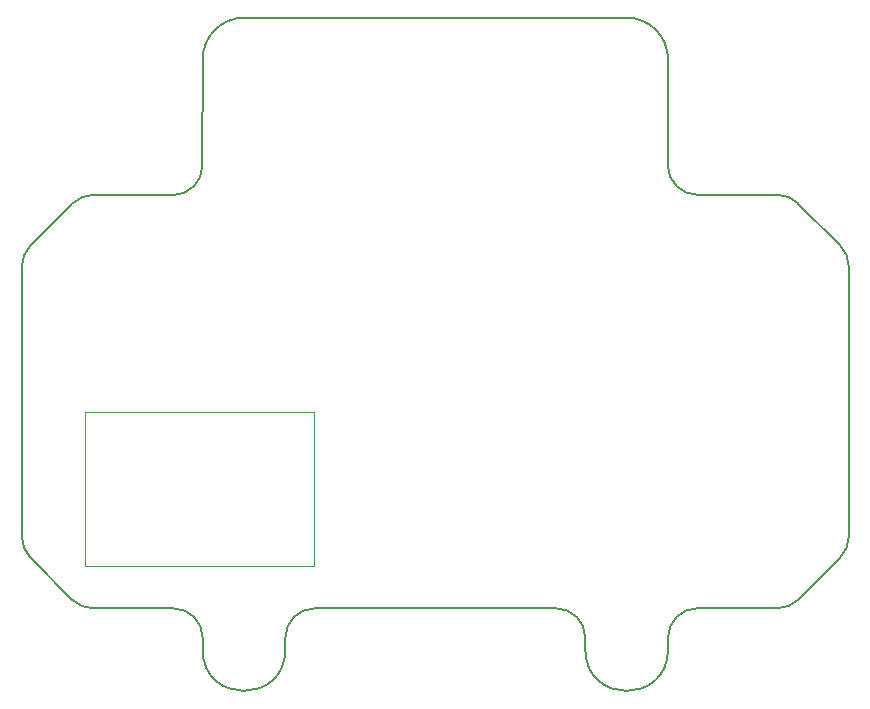
<source format=gbr>
%TF.GenerationSoftware,KiCad,Pcbnew,7.0.6*%
%TF.CreationDate,2024-02-11T15:29:09+09:00*%
%TF.ProjectId,PowerSupply_20240202,506f7765-7253-4757-9070-6c795f323032,rev?*%
%TF.SameCoordinates,Original*%
%TF.FileFunction,Profile,NP*%
%FSLAX46Y46*%
G04 Gerber Fmt 4.6, Leading zero omitted, Abs format (unit mm)*
G04 Created by KiCad (PCBNEW 7.0.6) date 2024-02-11 15:29:09*
%MOMM*%
%LPD*%
G01*
G04 APERTURE LIST*
%TA.AperFunction,Profile*%
%ADD10C,0.200000*%
%TD*%
%TA.AperFunction,Profile*%
%ADD11C,0.120000*%
%TD*%
G04 APERTURE END LIST*
D10*
X146315034Y-72499792D02*
G75*
G03*
X144547268Y-73232046I66J-2500108D01*
G01*
X146315034Y-72499812D02*
X153045642Y-72524514D01*
X194979498Y-61003956D02*
X194969334Y-69996987D01*
X194969390Y-69996987D02*
G75*
G03*
X197469332Y-72499812I2499910J-2913D01*
G01*
X187979500Y-111000000D02*
X187979500Y-109999812D01*
X159087535Y-57503956D02*
X191479500Y-57500000D01*
X162579500Y-109999812D02*
X162579500Y-111000000D01*
X204243966Y-107499812D02*
X197479500Y-107499812D01*
X209547237Y-103232015D02*
G75*
G03*
X210279500Y-101464278I-1767537J1767715D01*
G01*
X144547267Y-106767579D02*
X141011733Y-103232045D01*
X187979500Y-111000000D02*
G75*
G03*
X194979500Y-111000000I3500000J0D01*
G01*
X210279508Y-78535346D02*
G75*
G03*
X209547266Y-76767580I-2500108J-54D01*
G01*
X206011733Y-73232045D02*
X209547267Y-76767579D01*
X209547267Y-103232045D02*
X206011733Y-106767579D01*
X140279475Y-101464278D02*
G75*
G03*
X141011734Y-103232044I2500125J78D01*
G01*
X197469332Y-72499812D02*
X204243966Y-72499812D01*
X194979500Y-109999812D02*
X194979500Y-111000000D01*
X153079500Y-107499812D02*
X146315034Y-107499812D01*
X206011727Y-73232051D02*
G75*
G03*
X204243966Y-72499812I-1767727J-1767649D01*
G01*
X153045642Y-72524499D02*
G75*
G03*
X155554799Y-70033705I9158J2499999D01*
G01*
X185479500Y-107499812D02*
X165079500Y-107499812D01*
X155579500Y-111000000D02*
X155579500Y-109999812D01*
X141011733Y-76767579D02*
X144547267Y-73232045D01*
X197479500Y-107499800D02*
G75*
G03*
X194979500Y-109999812I0J-2500000D01*
G01*
X159087535Y-57503963D02*
G75*
G03*
X155587986Y-60991111I365J-3499937D01*
G01*
X155554800Y-70033705D02*
X155587986Y-60991111D01*
X194979498Y-61003956D02*
G75*
G03*
X191479500Y-57500000I-3499998J3956D01*
G01*
X187979488Y-109999812D02*
G75*
G03*
X185479500Y-107499812I-2499988J12D01*
G01*
X210279500Y-78535346D02*
X210279500Y-101464278D01*
X155579488Y-109999812D02*
G75*
G03*
X153079500Y-107499812I-2499988J12D01*
G01*
X144547289Y-106767557D02*
G75*
G03*
X146315034Y-107499812I1767711J1767557D01*
G01*
X204243966Y-107499825D02*
G75*
G03*
X206011732Y-106767578I-66J2500125D01*
G01*
X141011751Y-76767597D02*
G75*
G03*
X140279500Y-78535346I1767549J-1767703D01*
G01*
X165079500Y-107499800D02*
G75*
G03*
X162579500Y-109999812I0J-2500000D01*
G01*
X155579500Y-111000000D02*
G75*
G03*
X162579500Y-111000000I3500000J0D01*
G01*
X140279500Y-101464278D02*
X140279500Y-78535346D01*
D11*
%TO.C,SW1*%
X164980000Y-90900298D02*
X145580000Y-90900298D01*
X145580000Y-90900298D02*
X145580000Y-103900298D01*
X145580000Y-103900298D02*
X164980000Y-103900298D01*
X164980000Y-103900298D02*
X164980000Y-90900298D01*
%TD*%
M02*

</source>
